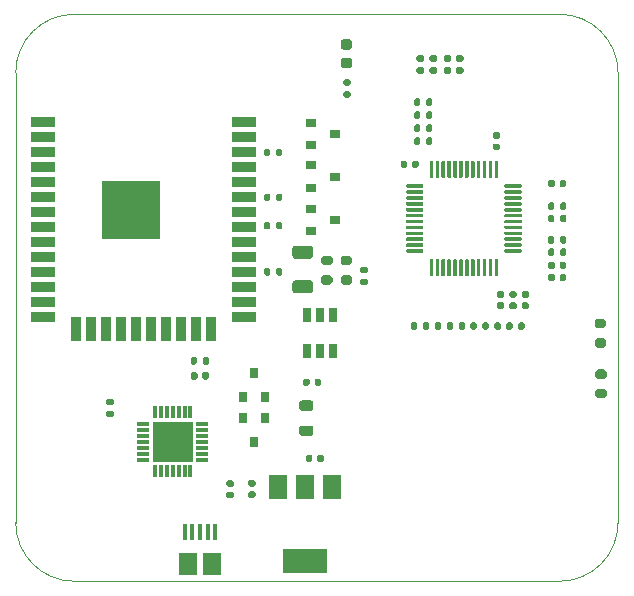
<source format=gbr>
G04 #@! TF.GenerationSoftware,KiCad,Pcbnew,(5.1.7)-1*
G04 #@! TF.CreationDate,2021-04-20T15:22:48-07:00*
G04 #@! TF.ProjectId,EsperDNS,45737065-7244-44e5-932e-6b696361645f,rev?*
G04 #@! TF.SameCoordinates,Original*
G04 #@! TF.FileFunction,Paste,Top*
G04 #@! TF.FilePolarity,Positive*
%FSLAX46Y46*%
G04 Gerber Fmt 4.6, Leading zero omitted, Abs format (unit mm)*
G04 Created by KiCad (PCBNEW (5.1.7)-1) date 2021-04-20 15:22:48*
%MOMM*%
%LPD*%
G01*
G04 APERTURE LIST*
G04 #@! TA.AperFunction,Profile*
%ADD10C,0.100000*%
G04 #@! TD*
%ADD11R,1.000000X0.300000*%
%ADD12R,0.300000X1.000000*%
%ADD13R,3.400000X3.400000*%
%ADD14R,1.500000X1.900000*%
%ADD15R,0.400000X1.350000*%
%ADD16R,0.800000X0.900000*%
%ADD17R,5.000000X5.000000*%
%ADD18R,2.000000X0.900000*%
%ADD19R,0.900000X2.000000*%
%ADD20R,3.800000X2.000000*%
%ADD21R,1.500000X2.000000*%
%ADD22R,0.900000X0.800000*%
%ADD23R,0.700000X1.300000*%
G04 APERTURE END LIST*
D10*
X-25500000Y-19050000D02*
G75*
G03*
X-20550000Y-24000000I4950000J0D01*
G01*
X20550000Y-24000000D02*
G75*
G03*
X25500000Y-19050000I0J4950000D01*
G01*
X25500000Y19050000D02*
G75*
G03*
X20550000Y24000000I-4950000J0D01*
G01*
X-20550000Y24000000D02*
G75*
G03*
X-25500000Y19050000I0J-4950000D01*
G01*
X25500000Y19050000D02*
X25500000Y-19050000D01*
X-20550000Y24000000D02*
X20550000Y24000000D01*
X-25500000Y19050000D02*
X-25500000Y-19050000D01*
X-20550000Y-24000000D02*
X20550000Y-24000000D01*
G36*
G01*
X9550000Y10200000D02*
X9550000Y11525000D01*
G75*
G02*
X9625000Y11600000I75000J0D01*
G01*
X9775000Y11600000D01*
G75*
G02*
X9850000Y11525000I0J-75000D01*
G01*
X9850000Y10200000D01*
G75*
G02*
X9775000Y10125000I-75000J0D01*
G01*
X9625000Y10125000D01*
G75*
G02*
X9550000Y10200000I0J75000D01*
G01*
G37*
G36*
G01*
X10050000Y10200000D02*
X10050000Y11525000D01*
G75*
G02*
X10125000Y11600000I75000J0D01*
G01*
X10275000Y11600000D01*
G75*
G02*
X10350000Y11525000I0J-75000D01*
G01*
X10350000Y10200000D01*
G75*
G02*
X10275000Y10125000I-75000J0D01*
G01*
X10125000Y10125000D01*
G75*
G02*
X10050000Y10200000I0J75000D01*
G01*
G37*
G36*
G01*
X10550000Y10200000D02*
X10550000Y11525000D01*
G75*
G02*
X10625000Y11600000I75000J0D01*
G01*
X10775000Y11600000D01*
G75*
G02*
X10850000Y11525000I0J-75000D01*
G01*
X10850000Y10200000D01*
G75*
G02*
X10775000Y10125000I-75000J0D01*
G01*
X10625000Y10125000D01*
G75*
G02*
X10550000Y10200000I0J75000D01*
G01*
G37*
G36*
G01*
X11050000Y10200000D02*
X11050000Y11525000D01*
G75*
G02*
X11125000Y11600000I75000J0D01*
G01*
X11275000Y11600000D01*
G75*
G02*
X11350000Y11525000I0J-75000D01*
G01*
X11350000Y10200000D01*
G75*
G02*
X11275000Y10125000I-75000J0D01*
G01*
X11125000Y10125000D01*
G75*
G02*
X11050000Y10200000I0J75000D01*
G01*
G37*
G36*
G01*
X11550000Y10200000D02*
X11550000Y11525000D01*
G75*
G02*
X11625000Y11600000I75000J0D01*
G01*
X11775000Y11600000D01*
G75*
G02*
X11850000Y11525000I0J-75000D01*
G01*
X11850000Y10200000D01*
G75*
G02*
X11775000Y10125000I-75000J0D01*
G01*
X11625000Y10125000D01*
G75*
G02*
X11550000Y10200000I0J75000D01*
G01*
G37*
G36*
G01*
X12050000Y10200000D02*
X12050000Y11525000D01*
G75*
G02*
X12125000Y11600000I75000J0D01*
G01*
X12275000Y11600000D01*
G75*
G02*
X12350000Y11525000I0J-75000D01*
G01*
X12350000Y10200000D01*
G75*
G02*
X12275000Y10125000I-75000J0D01*
G01*
X12125000Y10125000D01*
G75*
G02*
X12050000Y10200000I0J75000D01*
G01*
G37*
G36*
G01*
X12550000Y10200000D02*
X12550000Y11525000D01*
G75*
G02*
X12625000Y11600000I75000J0D01*
G01*
X12775000Y11600000D01*
G75*
G02*
X12850000Y11525000I0J-75000D01*
G01*
X12850000Y10200000D01*
G75*
G02*
X12775000Y10125000I-75000J0D01*
G01*
X12625000Y10125000D01*
G75*
G02*
X12550000Y10200000I0J75000D01*
G01*
G37*
G36*
G01*
X13050000Y10200000D02*
X13050000Y11525000D01*
G75*
G02*
X13125000Y11600000I75000J0D01*
G01*
X13275000Y11600000D01*
G75*
G02*
X13350000Y11525000I0J-75000D01*
G01*
X13350000Y10200000D01*
G75*
G02*
X13275000Y10125000I-75000J0D01*
G01*
X13125000Y10125000D01*
G75*
G02*
X13050000Y10200000I0J75000D01*
G01*
G37*
G36*
G01*
X13550000Y10200000D02*
X13550000Y11525000D01*
G75*
G02*
X13625000Y11600000I75000J0D01*
G01*
X13775000Y11600000D01*
G75*
G02*
X13850000Y11525000I0J-75000D01*
G01*
X13850000Y10200000D01*
G75*
G02*
X13775000Y10125000I-75000J0D01*
G01*
X13625000Y10125000D01*
G75*
G02*
X13550000Y10200000I0J75000D01*
G01*
G37*
G36*
G01*
X14050000Y10200000D02*
X14050000Y11525000D01*
G75*
G02*
X14125000Y11600000I75000J0D01*
G01*
X14275000Y11600000D01*
G75*
G02*
X14350000Y11525000I0J-75000D01*
G01*
X14350000Y10200000D01*
G75*
G02*
X14275000Y10125000I-75000J0D01*
G01*
X14125000Y10125000D01*
G75*
G02*
X14050000Y10200000I0J75000D01*
G01*
G37*
G36*
G01*
X14550000Y10200000D02*
X14550000Y11525000D01*
G75*
G02*
X14625000Y11600000I75000J0D01*
G01*
X14775000Y11600000D01*
G75*
G02*
X14850000Y11525000I0J-75000D01*
G01*
X14850000Y10200000D01*
G75*
G02*
X14775000Y10125000I-75000J0D01*
G01*
X14625000Y10125000D01*
G75*
G02*
X14550000Y10200000I0J75000D01*
G01*
G37*
G36*
G01*
X15050000Y10200000D02*
X15050000Y11525000D01*
G75*
G02*
X15125000Y11600000I75000J0D01*
G01*
X15275000Y11600000D01*
G75*
G02*
X15350000Y11525000I0J-75000D01*
G01*
X15350000Y10200000D01*
G75*
G02*
X15275000Y10125000I-75000J0D01*
G01*
X15125000Y10125000D01*
G75*
G02*
X15050000Y10200000I0J75000D01*
G01*
G37*
G36*
G01*
X15875000Y9375000D02*
X15875000Y9525000D01*
G75*
G02*
X15950000Y9600000I75000J0D01*
G01*
X17275000Y9600000D01*
G75*
G02*
X17350000Y9525000I0J-75000D01*
G01*
X17350000Y9375000D01*
G75*
G02*
X17275000Y9300000I-75000J0D01*
G01*
X15950000Y9300000D01*
G75*
G02*
X15875000Y9375000I0J75000D01*
G01*
G37*
G36*
G01*
X15875000Y8875000D02*
X15875000Y9025000D01*
G75*
G02*
X15950000Y9100000I75000J0D01*
G01*
X17275000Y9100000D01*
G75*
G02*
X17350000Y9025000I0J-75000D01*
G01*
X17350000Y8875000D01*
G75*
G02*
X17275000Y8800000I-75000J0D01*
G01*
X15950000Y8800000D01*
G75*
G02*
X15875000Y8875000I0J75000D01*
G01*
G37*
G36*
G01*
X15875000Y8375000D02*
X15875000Y8525000D01*
G75*
G02*
X15950000Y8600000I75000J0D01*
G01*
X17275000Y8600000D01*
G75*
G02*
X17350000Y8525000I0J-75000D01*
G01*
X17350000Y8375000D01*
G75*
G02*
X17275000Y8300000I-75000J0D01*
G01*
X15950000Y8300000D01*
G75*
G02*
X15875000Y8375000I0J75000D01*
G01*
G37*
G36*
G01*
X15875000Y7875000D02*
X15875000Y8025000D01*
G75*
G02*
X15950000Y8100000I75000J0D01*
G01*
X17275000Y8100000D01*
G75*
G02*
X17350000Y8025000I0J-75000D01*
G01*
X17350000Y7875000D01*
G75*
G02*
X17275000Y7800000I-75000J0D01*
G01*
X15950000Y7800000D01*
G75*
G02*
X15875000Y7875000I0J75000D01*
G01*
G37*
G36*
G01*
X15875000Y7375000D02*
X15875000Y7525000D01*
G75*
G02*
X15950000Y7600000I75000J0D01*
G01*
X17275000Y7600000D01*
G75*
G02*
X17350000Y7525000I0J-75000D01*
G01*
X17350000Y7375000D01*
G75*
G02*
X17275000Y7300000I-75000J0D01*
G01*
X15950000Y7300000D01*
G75*
G02*
X15875000Y7375000I0J75000D01*
G01*
G37*
G36*
G01*
X15875000Y6875000D02*
X15875000Y7025000D01*
G75*
G02*
X15950000Y7100000I75000J0D01*
G01*
X17275000Y7100000D01*
G75*
G02*
X17350000Y7025000I0J-75000D01*
G01*
X17350000Y6875000D01*
G75*
G02*
X17275000Y6800000I-75000J0D01*
G01*
X15950000Y6800000D01*
G75*
G02*
X15875000Y6875000I0J75000D01*
G01*
G37*
G36*
G01*
X15875000Y6375000D02*
X15875000Y6525000D01*
G75*
G02*
X15950000Y6600000I75000J0D01*
G01*
X17275000Y6600000D01*
G75*
G02*
X17350000Y6525000I0J-75000D01*
G01*
X17350000Y6375000D01*
G75*
G02*
X17275000Y6300000I-75000J0D01*
G01*
X15950000Y6300000D01*
G75*
G02*
X15875000Y6375000I0J75000D01*
G01*
G37*
G36*
G01*
X15875000Y5875000D02*
X15875000Y6025000D01*
G75*
G02*
X15950000Y6100000I75000J0D01*
G01*
X17275000Y6100000D01*
G75*
G02*
X17350000Y6025000I0J-75000D01*
G01*
X17350000Y5875000D01*
G75*
G02*
X17275000Y5800000I-75000J0D01*
G01*
X15950000Y5800000D01*
G75*
G02*
X15875000Y5875000I0J75000D01*
G01*
G37*
G36*
G01*
X15875000Y5375000D02*
X15875000Y5525000D01*
G75*
G02*
X15950000Y5600000I75000J0D01*
G01*
X17275000Y5600000D01*
G75*
G02*
X17350000Y5525000I0J-75000D01*
G01*
X17350000Y5375000D01*
G75*
G02*
X17275000Y5300000I-75000J0D01*
G01*
X15950000Y5300000D01*
G75*
G02*
X15875000Y5375000I0J75000D01*
G01*
G37*
G36*
G01*
X15875000Y4875000D02*
X15875000Y5025000D01*
G75*
G02*
X15950000Y5100000I75000J0D01*
G01*
X17275000Y5100000D01*
G75*
G02*
X17350000Y5025000I0J-75000D01*
G01*
X17350000Y4875000D01*
G75*
G02*
X17275000Y4800000I-75000J0D01*
G01*
X15950000Y4800000D01*
G75*
G02*
X15875000Y4875000I0J75000D01*
G01*
G37*
G36*
G01*
X15875000Y4375000D02*
X15875000Y4525000D01*
G75*
G02*
X15950000Y4600000I75000J0D01*
G01*
X17275000Y4600000D01*
G75*
G02*
X17350000Y4525000I0J-75000D01*
G01*
X17350000Y4375000D01*
G75*
G02*
X17275000Y4300000I-75000J0D01*
G01*
X15950000Y4300000D01*
G75*
G02*
X15875000Y4375000I0J75000D01*
G01*
G37*
G36*
G01*
X15875000Y3875000D02*
X15875000Y4025000D01*
G75*
G02*
X15950000Y4100000I75000J0D01*
G01*
X17275000Y4100000D01*
G75*
G02*
X17350000Y4025000I0J-75000D01*
G01*
X17350000Y3875000D01*
G75*
G02*
X17275000Y3800000I-75000J0D01*
G01*
X15950000Y3800000D01*
G75*
G02*
X15875000Y3875000I0J75000D01*
G01*
G37*
G36*
G01*
X15050000Y1875000D02*
X15050000Y3200000D01*
G75*
G02*
X15125000Y3275000I75000J0D01*
G01*
X15275000Y3275000D01*
G75*
G02*
X15350000Y3200000I0J-75000D01*
G01*
X15350000Y1875000D01*
G75*
G02*
X15275000Y1800000I-75000J0D01*
G01*
X15125000Y1800000D01*
G75*
G02*
X15050000Y1875000I0J75000D01*
G01*
G37*
G36*
G01*
X14550000Y1875000D02*
X14550000Y3200000D01*
G75*
G02*
X14625000Y3275000I75000J0D01*
G01*
X14775000Y3275000D01*
G75*
G02*
X14850000Y3200000I0J-75000D01*
G01*
X14850000Y1875000D01*
G75*
G02*
X14775000Y1800000I-75000J0D01*
G01*
X14625000Y1800000D01*
G75*
G02*
X14550000Y1875000I0J75000D01*
G01*
G37*
G36*
G01*
X14050000Y1875000D02*
X14050000Y3200000D01*
G75*
G02*
X14125000Y3275000I75000J0D01*
G01*
X14275000Y3275000D01*
G75*
G02*
X14350000Y3200000I0J-75000D01*
G01*
X14350000Y1875000D01*
G75*
G02*
X14275000Y1800000I-75000J0D01*
G01*
X14125000Y1800000D01*
G75*
G02*
X14050000Y1875000I0J75000D01*
G01*
G37*
G36*
G01*
X13550000Y1875000D02*
X13550000Y3200000D01*
G75*
G02*
X13625000Y3275000I75000J0D01*
G01*
X13775000Y3275000D01*
G75*
G02*
X13850000Y3200000I0J-75000D01*
G01*
X13850000Y1875000D01*
G75*
G02*
X13775000Y1800000I-75000J0D01*
G01*
X13625000Y1800000D01*
G75*
G02*
X13550000Y1875000I0J75000D01*
G01*
G37*
G36*
G01*
X13050000Y1875000D02*
X13050000Y3200000D01*
G75*
G02*
X13125000Y3275000I75000J0D01*
G01*
X13275000Y3275000D01*
G75*
G02*
X13350000Y3200000I0J-75000D01*
G01*
X13350000Y1875000D01*
G75*
G02*
X13275000Y1800000I-75000J0D01*
G01*
X13125000Y1800000D01*
G75*
G02*
X13050000Y1875000I0J75000D01*
G01*
G37*
G36*
G01*
X12550000Y1875000D02*
X12550000Y3200000D01*
G75*
G02*
X12625000Y3275000I75000J0D01*
G01*
X12775000Y3275000D01*
G75*
G02*
X12850000Y3200000I0J-75000D01*
G01*
X12850000Y1875000D01*
G75*
G02*
X12775000Y1800000I-75000J0D01*
G01*
X12625000Y1800000D01*
G75*
G02*
X12550000Y1875000I0J75000D01*
G01*
G37*
G36*
G01*
X12050000Y1875000D02*
X12050000Y3200000D01*
G75*
G02*
X12125000Y3275000I75000J0D01*
G01*
X12275000Y3275000D01*
G75*
G02*
X12350000Y3200000I0J-75000D01*
G01*
X12350000Y1875000D01*
G75*
G02*
X12275000Y1800000I-75000J0D01*
G01*
X12125000Y1800000D01*
G75*
G02*
X12050000Y1875000I0J75000D01*
G01*
G37*
G36*
G01*
X11550000Y1875000D02*
X11550000Y3200000D01*
G75*
G02*
X11625000Y3275000I75000J0D01*
G01*
X11775000Y3275000D01*
G75*
G02*
X11850000Y3200000I0J-75000D01*
G01*
X11850000Y1875000D01*
G75*
G02*
X11775000Y1800000I-75000J0D01*
G01*
X11625000Y1800000D01*
G75*
G02*
X11550000Y1875000I0J75000D01*
G01*
G37*
G36*
G01*
X11050000Y1875000D02*
X11050000Y3200000D01*
G75*
G02*
X11125000Y3275000I75000J0D01*
G01*
X11275000Y3275000D01*
G75*
G02*
X11350000Y3200000I0J-75000D01*
G01*
X11350000Y1875000D01*
G75*
G02*
X11275000Y1800000I-75000J0D01*
G01*
X11125000Y1800000D01*
G75*
G02*
X11050000Y1875000I0J75000D01*
G01*
G37*
G36*
G01*
X10550000Y1875000D02*
X10550000Y3200000D01*
G75*
G02*
X10625000Y3275000I75000J0D01*
G01*
X10775000Y3275000D01*
G75*
G02*
X10850000Y3200000I0J-75000D01*
G01*
X10850000Y1875000D01*
G75*
G02*
X10775000Y1800000I-75000J0D01*
G01*
X10625000Y1800000D01*
G75*
G02*
X10550000Y1875000I0J75000D01*
G01*
G37*
G36*
G01*
X10050000Y1875000D02*
X10050000Y3200000D01*
G75*
G02*
X10125000Y3275000I75000J0D01*
G01*
X10275000Y3275000D01*
G75*
G02*
X10350000Y3200000I0J-75000D01*
G01*
X10350000Y1875000D01*
G75*
G02*
X10275000Y1800000I-75000J0D01*
G01*
X10125000Y1800000D01*
G75*
G02*
X10050000Y1875000I0J75000D01*
G01*
G37*
G36*
G01*
X9550000Y1875000D02*
X9550000Y3200000D01*
G75*
G02*
X9625000Y3275000I75000J0D01*
G01*
X9775000Y3275000D01*
G75*
G02*
X9850000Y3200000I0J-75000D01*
G01*
X9850000Y1875000D01*
G75*
G02*
X9775000Y1800000I-75000J0D01*
G01*
X9625000Y1800000D01*
G75*
G02*
X9550000Y1875000I0J75000D01*
G01*
G37*
G36*
G01*
X7550000Y3875000D02*
X7550000Y4025000D01*
G75*
G02*
X7625000Y4100000I75000J0D01*
G01*
X8950000Y4100000D01*
G75*
G02*
X9025000Y4025000I0J-75000D01*
G01*
X9025000Y3875000D01*
G75*
G02*
X8950000Y3800000I-75000J0D01*
G01*
X7625000Y3800000D01*
G75*
G02*
X7550000Y3875000I0J75000D01*
G01*
G37*
G36*
G01*
X7550000Y4375000D02*
X7550000Y4525000D01*
G75*
G02*
X7625000Y4600000I75000J0D01*
G01*
X8950000Y4600000D01*
G75*
G02*
X9025000Y4525000I0J-75000D01*
G01*
X9025000Y4375000D01*
G75*
G02*
X8950000Y4300000I-75000J0D01*
G01*
X7625000Y4300000D01*
G75*
G02*
X7550000Y4375000I0J75000D01*
G01*
G37*
G36*
G01*
X7550000Y4875000D02*
X7550000Y5025000D01*
G75*
G02*
X7625000Y5100000I75000J0D01*
G01*
X8950000Y5100000D01*
G75*
G02*
X9025000Y5025000I0J-75000D01*
G01*
X9025000Y4875000D01*
G75*
G02*
X8950000Y4800000I-75000J0D01*
G01*
X7625000Y4800000D01*
G75*
G02*
X7550000Y4875000I0J75000D01*
G01*
G37*
G36*
G01*
X7550000Y5375000D02*
X7550000Y5525000D01*
G75*
G02*
X7625000Y5600000I75000J0D01*
G01*
X8950000Y5600000D01*
G75*
G02*
X9025000Y5525000I0J-75000D01*
G01*
X9025000Y5375000D01*
G75*
G02*
X8950000Y5300000I-75000J0D01*
G01*
X7625000Y5300000D01*
G75*
G02*
X7550000Y5375000I0J75000D01*
G01*
G37*
G36*
G01*
X7550000Y5875000D02*
X7550000Y6025000D01*
G75*
G02*
X7625000Y6100000I75000J0D01*
G01*
X8950000Y6100000D01*
G75*
G02*
X9025000Y6025000I0J-75000D01*
G01*
X9025000Y5875000D01*
G75*
G02*
X8950000Y5800000I-75000J0D01*
G01*
X7625000Y5800000D01*
G75*
G02*
X7550000Y5875000I0J75000D01*
G01*
G37*
G36*
G01*
X7550000Y6375000D02*
X7550000Y6525000D01*
G75*
G02*
X7625000Y6600000I75000J0D01*
G01*
X8950000Y6600000D01*
G75*
G02*
X9025000Y6525000I0J-75000D01*
G01*
X9025000Y6375000D01*
G75*
G02*
X8950000Y6300000I-75000J0D01*
G01*
X7625000Y6300000D01*
G75*
G02*
X7550000Y6375000I0J75000D01*
G01*
G37*
G36*
G01*
X7550000Y6875000D02*
X7550000Y7025000D01*
G75*
G02*
X7625000Y7100000I75000J0D01*
G01*
X8950000Y7100000D01*
G75*
G02*
X9025000Y7025000I0J-75000D01*
G01*
X9025000Y6875000D01*
G75*
G02*
X8950000Y6800000I-75000J0D01*
G01*
X7625000Y6800000D01*
G75*
G02*
X7550000Y6875000I0J75000D01*
G01*
G37*
G36*
G01*
X7550000Y7375000D02*
X7550000Y7525000D01*
G75*
G02*
X7625000Y7600000I75000J0D01*
G01*
X8950000Y7600000D01*
G75*
G02*
X9025000Y7525000I0J-75000D01*
G01*
X9025000Y7375000D01*
G75*
G02*
X8950000Y7300000I-75000J0D01*
G01*
X7625000Y7300000D01*
G75*
G02*
X7550000Y7375000I0J75000D01*
G01*
G37*
G36*
G01*
X7550000Y7875000D02*
X7550000Y8025000D01*
G75*
G02*
X7625000Y8100000I75000J0D01*
G01*
X8950000Y8100000D01*
G75*
G02*
X9025000Y8025000I0J-75000D01*
G01*
X9025000Y7875000D01*
G75*
G02*
X8950000Y7800000I-75000J0D01*
G01*
X7625000Y7800000D01*
G75*
G02*
X7550000Y7875000I0J75000D01*
G01*
G37*
G36*
G01*
X7550000Y8375000D02*
X7550000Y8525000D01*
G75*
G02*
X7625000Y8600000I75000J0D01*
G01*
X8950000Y8600000D01*
G75*
G02*
X9025000Y8525000I0J-75000D01*
G01*
X9025000Y8375000D01*
G75*
G02*
X8950000Y8300000I-75000J0D01*
G01*
X7625000Y8300000D01*
G75*
G02*
X7550000Y8375000I0J75000D01*
G01*
G37*
G36*
G01*
X7550000Y8875000D02*
X7550000Y9025000D01*
G75*
G02*
X7625000Y9100000I75000J0D01*
G01*
X8950000Y9100000D01*
G75*
G02*
X9025000Y9025000I0J-75000D01*
G01*
X9025000Y8875000D01*
G75*
G02*
X8950000Y8800000I-75000J0D01*
G01*
X7625000Y8800000D01*
G75*
G02*
X7550000Y8875000I0J75000D01*
G01*
G37*
G36*
G01*
X7550000Y9375000D02*
X7550000Y9525000D01*
G75*
G02*
X7625000Y9600000I75000J0D01*
G01*
X8950000Y9600000D01*
G75*
G02*
X9025000Y9525000I0J-75000D01*
G01*
X9025000Y9375000D01*
G75*
G02*
X8950000Y9300000I-75000J0D01*
G01*
X7625000Y9300000D01*
G75*
G02*
X7550000Y9375000I0J75000D01*
G01*
G37*
G36*
G01*
X20550000Y9480000D02*
X20550000Y9820000D01*
G75*
G02*
X20690000Y9960000I140000J0D01*
G01*
X20970000Y9960000D01*
G75*
G02*
X21110000Y9820000I0J-140000D01*
G01*
X21110000Y9480000D01*
G75*
G02*
X20970000Y9340000I-140000J0D01*
G01*
X20690000Y9340000D01*
G75*
G02*
X20550000Y9480000I0J140000D01*
G01*
G37*
G36*
G01*
X19590000Y9480000D02*
X19590000Y9820000D01*
G75*
G02*
X19730000Y9960000I140000J0D01*
G01*
X20010000Y9960000D01*
G75*
G02*
X20150000Y9820000I0J-140000D01*
G01*
X20150000Y9480000D01*
G75*
G02*
X20010000Y9340000I-140000J0D01*
G01*
X19730000Y9340000D01*
G75*
G02*
X19590000Y9480000I0J140000D01*
G01*
G37*
G36*
G01*
X20550000Y1530000D02*
X20550000Y1870000D01*
G75*
G02*
X20690000Y2010000I140000J0D01*
G01*
X20970000Y2010000D01*
G75*
G02*
X21110000Y1870000I0J-140000D01*
G01*
X21110000Y1530000D01*
G75*
G02*
X20970000Y1390000I-140000J0D01*
G01*
X20690000Y1390000D01*
G75*
G02*
X20550000Y1530000I0J140000D01*
G01*
G37*
G36*
G01*
X19590000Y1530000D02*
X19590000Y1870000D01*
G75*
G02*
X19730000Y2010000I140000J0D01*
G01*
X20010000Y2010000D01*
G75*
G02*
X20150000Y1870000I0J-140000D01*
G01*
X20150000Y1530000D01*
G75*
G02*
X20010000Y1390000I-140000J0D01*
G01*
X19730000Y1390000D01*
G75*
G02*
X19590000Y1530000I0J140000D01*
G01*
G37*
G36*
G01*
X-200000Y-7320000D02*
X-200000Y-6980000D01*
G75*
G02*
X-60000Y-6840000I140000J0D01*
G01*
X220000Y-6840000D01*
G75*
G02*
X360000Y-6980000I0J-140000D01*
G01*
X360000Y-7320000D01*
G75*
G02*
X220000Y-7460000I-140000J0D01*
G01*
X-60000Y-7460000D01*
G75*
G02*
X-200000Y-7320000I0J140000D01*
G01*
G37*
G36*
G01*
X-1160000Y-7320000D02*
X-1160000Y-6980000D01*
G75*
G02*
X-1020000Y-6840000I140000J0D01*
G01*
X-740000Y-6840000D01*
G75*
G02*
X-600000Y-6980000I0J-140000D01*
G01*
X-600000Y-7320000D01*
G75*
G02*
X-740000Y-7460000I-140000J0D01*
G01*
X-1020000Y-7460000D01*
G75*
G02*
X-1160000Y-7320000I0J140000D01*
G01*
G37*
G36*
G01*
X25000Y-13770000D02*
X25000Y-13430000D01*
G75*
G02*
X165000Y-13290000I140000J0D01*
G01*
X445000Y-13290000D01*
G75*
G02*
X585000Y-13430000I0J-140000D01*
G01*
X585000Y-13770000D01*
G75*
G02*
X445000Y-13910000I-140000J0D01*
G01*
X165000Y-13910000D01*
G75*
G02*
X25000Y-13770000I0J140000D01*
G01*
G37*
G36*
G01*
X-935000Y-13770000D02*
X-935000Y-13430000D01*
G75*
G02*
X-795000Y-13290000I140000J0D01*
G01*
X-515000Y-13290000D01*
G75*
G02*
X-375000Y-13430000I0J-140000D01*
G01*
X-375000Y-13770000D01*
G75*
G02*
X-515000Y-13910000I-140000J0D01*
G01*
X-795000Y-13910000D01*
G75*
G02*
X-935000Y-13770000I0J140000D01*
G01*
G37*
G36*
G01*
X20590000Y3665000D02*
X20590000Y4035000D01*
G75*
G02*
X20725000Y4170000I135000J0D01*
G01*
X20995000Y4170000D01*
G75*
G02*
X21130000Y4035000I0J-135000D01*
G01*
X21130000Y3665000D01*
G75*
G02*
X20995000Y3530000I-135000J0D01*
G01*
X20725000Y3530000D01*
G75*
G02*
X20590000Y3665000I0J135000D01*
G01*
G37*
G36*
G01*
X19570000Y3665000D02*
X19570000Y4035000D01*
G75*
G02*
X19705000Y4170000I135000J0D01*
G01*
X19975000Y4170000D01*
G75*
G02*
X20110000Y4035000I0J-135000D01*
G01*
X20110000Y3665000D01*
G75*
G02*
X19975000Y3530000I-135000J0D01*
G01*
X19705000Y3530000D01*
G75*
G02*
X19570000Y3665000I0J135000D01*
G01*
G37*
G36*
G01*
X10035000Y19990000D02*
X9665000Y19990000D01*
G75*
G02*
X9530000Y20125000I0J135000D01*
G01*
X9530000Y20395000D01*
G75*
G02*
X9665000Y20530000I135000J0D01*
G01*
X10035000Y20530000D01*
G75*
G02*
X10170000Y20395000I0J-135000D01*
G01*
X10170000Y20125000D01*
G75*
G02*
X10035000Y19990000I-135000J0D01*
G01*
G37*
G36*
G01*
X10035000Y18970000D02*
X9665000Y18970000D01*
G75*
G02*
X9530000Y19105000I0J135000D01*
G01*
X9530000Y19375000D01*
G75*
G02*
X9665000Y19510000I135000J0D01*
G01*
X10035000Y19510000D01*
G75*
G02*
X10170000Y19375000I0J-135000D01*
G01*
X10170000Y19105000D01*
G75*
G02*
X10035000Y18970000I-135000J0D01*
G01*
G37*
G36*
G01*
X8760000Y16735000D02*
X8760000Y16365000D01*
G75*
G02*
X8625000Y16230000I-135000J0D01*
G01*
X8355000Y16230000D01*
G75*
G02*
X8220000Y16365000I0J135000D01*
G01*
X8220000Y16735000D01*
G75*
G02*
X8355000Y16870000I135000J0D01*
G01*
X8625000Y16870000D01*
G75*
G02*
X8760000Y16735000I0J-135000D01*
G01*
G37*
G36*
G01*
X9780000Y16735000D02*
X9780000Y16365000D01*
G75*
G02*
X9645000Y16230000I-135000J0D01*
G01*
X9375000Y16230000D01*
G75*
G02*
X9240000Y16365000I0J135000D01*
G01*
X9240000Y16735000D01*
G75*
G02*
X9375000Y16870000I135000J0D01*
G01*
X9645000Y16870000D01*
G75*
G02*
X9780000Y16735000I0J-135000D01*
G01*
G37*
G36*
G01*
X8565000Y19510000D02*
X8935000Y19510000D01*
G75*
G02*
X9070000Y19375000I0J-135000D01*
G01*
X9070000Y19105000D01*
G75*
G02*
X8935000Y18970000I-135000J0D01*
G01*
X8565000Y18970000D01*
G75*
G02*
X8430000Y19105000I0J135000D01*
G01*
X8430000Y19375000D01*
G75*
G02*
X8565000Y19510000I135000J0D01*
G01*
G37*
G36*
G01*
X8565000Y20530000D02*
X8935000Y20530000D01*
G75*
G02*
X9070000Y20395000I0J-135000D01*
G01*
X9070000Y20125000D01*
G75*
G02*
X8935000Y19990000I-135000J0D01*
G01*
X8565000Y19990000D01*
G75*
G02*
X8430000Y20125000I0J135000D01*
G01*
X8430000Y20395000D01*
G75*
G02*
X8565000Y20530000I135000J0D01*
G01*
G37*
G36*
G01*
X11915000Y19510000D02*
X12285000Y19510000D01*
G75*
G02*
X12420000Y19375000I0J-135000D01*
G01*
X12420000Y19105000D01*
G75*
G02*
X12285000Y18970000I-135000J0D01*
G01*
X11915000Y18970000D01*
G75*
G02*
X11780000Y19105000I0J135000D01*
G01*
X11780000Y19375000D01*
G75*
G02*
X11915000Y19510000I135000J0D01*
G01*
G37*
G36*
G01*
X11915000Y20530000D02*
X12285000Y20530000D01*
G75*
G02*
X12420000Y20395000I0J-135000D01*
G01*
X12420000Y20125000D01*
G75*
G02*
X12285000Y19990000I-135000J0D01*
G01*
X11915000Y19990000D01*
G75*
G02*
X11780000Y20125000I0J135000D01*
G01*
X11780000Y20395000D01*
G75*
G02*
X11915000Y20530000I135000J0D01*
G01*
G37*
G36*
G01*
X10865000Y19510000D02*
X11235000Y19510000D01*
G75*
G02*
X11370000Y19375000I0J-135000D01*
G01*
X11370000Y19105000D01*
G75*
G02*
X11235000Y18970000I-135000J0D01*
G01*
X10865000Y18970000D01*
G75*
G02*
X10730000Y19105000I0J135000D01*
G01*
X10730000Y19375000D01*
G75*
G02*
X10865000Y19510000I135000J0D01*
G01*
G37*
G36*
G01*
X10865000Y20530000D02*
X11235000Y20530000D01*
G75*
G02*
X11370000Y20395000I0J-135000D01*
G01*
X11370000Y20125000D01*
G75*
G02*
X11235000Y19990000I-135000J0D01*
G01*
X10865000Y19990000D01*
G75*
G02*
X10730000Y20125000I0J135000D01*
G01*
X10730000Y20395000D01*
G75*
G02*
X10865000Y20530000I135000J0D01*
G01*
G37*
G36*
G01*
X20110000Y5085000D02*
X20110000Y4715000D01*
G75*
G02*
X19975000Y4580000I-135000J0D01*
G01*
X19705000Y4580000D01*
G75*
G02*
X19570000Y4715000I0J135000D01*
G01*
X19570000Y5085000D01*
G75*
G02*
X19705000Y5220000I135000J0D01*
G01*
X19975000Y5220000D01*
G75*
G02*
X20110000Y5085000I0J-135000D01*
G01*
G37*
G36*
G01*
X21130000Y5085000D02*
X21130000Y4715000D01*
G75*
G02*
X20995000Y4580000I-135000J0D01*
G01*
X20725000Y4580000D01*
G75*
G02*
X20590000Y4715000I0J135000D01*
G01*
X20590000Y5085000D01*
G75*
G02*
X20725000Y5220000I135000J0D01*
G01*
X20995000Y5220000D01*
G75*
G02*
X21130000Y5085000I0J-135000D01*
G01*
G37*
G36*
G01*
X20110000Y6885000D02*
X20110000Y6515000D01*
G75*
G02*
X19975000Y6380000I-135000J0D01*
G01*
X19705000Y6380000D01*
G75*
G02*
X19570000Y6515000I0J135000D01*
G01*
X19570000Y6885000D01*
G75*
G02*
X19705000Y7020000I135000J0D01*
G01*
X19975000Y7020000D01*
G75*
G02*
X20110000Y6885000I0J-135000D01*
G01*
G37*
G36*
G01*
X21130000Y6885000D02*
X21130000Y6515000D01*
G75*
G02*
X20995000Y6380000I-135000J0D01*
G01*
X20725000Y6380000D01*
G75*
G02*
X20590000Y6515000I0J135000D01*
G01*
X20590000Y6885000D01*
G75*
G02*
X20725000Y7020000I135000J0D01*
G01*
X20995000Y7020000D01*
G75*
G02*
X21130000Y6885000I0J-135000D01*
G01*
G37*
G36*
G01*
X20110000Y7935000D02*
X20110000Y7565000D01*
G75*
G02*
X19975000Y7430000I-135000J0D01*
G01*
X19705000Y7430000D01*
G75*
G02*
X19570000Y7565000I0J135000D01*
G01*
X19570000Y7935000D01*
G75*
G02*
X19705000Y8070000I135000J0D01*
G01*
X19975000Y8070000D01*
G75*
G02*
X20110000Y7935000I0J-135000D01*
G01*
G37*
G36*
G01*
X21130000Y7935000D02*
X21130000Y7565000D01*
G75*
G02*
X20995000Y7430000I-135000J0D01*
G01*
X20725000Y7430000D01*
G75*
G02*
X20590000Y7565000I0J135000D01*
G01*
X20590000Y7935000D01*
G75*
G02*
X20725000Y8070000I135000J0D01*
G01*
X20995000Y8070000D01*
G75*
G02*
X21130000Y7935000I0J-135000D01*
G01*
G37*
G36*
G01*
X23775000Y-7725000D02*
X24325000Y-7725000D01*
G75*
G02*
X24525000Y-7925000I0J-200000D01*
G01*
X24525000Y-8325000D01*
G75*
G02*
X24325000Y-8525000I-200000J0D01*
G01*
X23775000Y-8525000D01*
G75*
G02*
X23575000Y-8325000I0J200000D01*
G01*
X23575000Y-7925000D01*
G75*
G02*
X23775000Y-7725000I200000J0D01*
G01*
G37*
G36*
G01*
X23775000Y-6075000D02*
X24325000Y-6075000D01*
G75*
G02*
X24525000Y-6275000I0J-200000D01*
G01*
X24525000Y-6675000D01*
G75*
G02*
X24325000Y-6875000I-200000J0D01*
G01*
X23775000Y-6875000D01*
G75*
G02*
X23575000Y-6675000I0J200000D01*
G01*
X23575000Y-6275000D01*
G75*
G02*
X23775000Y-6075000I200000J0D01*
G01*
G37*
G36*
G01*
X20550000Y2580000D02*
X20550000Y2920000D01*
G75*
G02*
X20690000Y3060000I140000J0D01*
G01*
X20970000Y3060000D01*
G75*
G02*
X21110000Y2920000I0J-140000D01*
G01*
X21110000Y2580000D01*
G75*
G02*
X20970000Y2440000I-140000J0D01*
G01*
X20690000Y2440000D01*
G75*
G02*
X20550000Y2580000I0J140000D01*
G01*
G37*
G36*
G01*
X19590000Y2580000D02*
X19590000Y2920000D01*
G75*
G02*
X19730000Y3060000I140000J0D01*
G01*
X20010000Y3060000D01*
G75*
G02*
X20150000Y2920000I0J-140000D01*
G01*
X20150000Y2580000D01*
G75*
G02*
X20010000Y2440000I-140000J0D01*
G01*
X19730000Y2440000D01*
G75*
G02*
X19590000Y2580000I0J140000D01*
G01*
G37*
G36*
G01*
X15380000Y-400000D02*
X15720000Y-400000D01*
G75*
G02*
X15860000Y-540000I0J-140000D01*
G01*
X15860000Y-820000D01*
G75*
G02*
X15720000Y-960000I-140000J0D01*
G01*
X15380000Y-960000D01*
G75*
G02*
X15240000Y-820000I0J140000D01*
G01*
X15240000Y-540000D01*
G75*
G02*
X15380000Y-400000I140000J0D01*
G01*
G37*
G36*
G01*
X15380000Y560000D02*
X15720000Y560000D01*
G75*
G02*
X15860000Y420000I0J-140000D01*
G01*
X15860000Y140000D01*
G75*
G02*
X15720000Y0I-140000J0D01*
G01*
X15380000Y0D01*
G75*
G02*
X15240000Y140000I0J140000D01*
G01*
X15240000Y420000D01*
G75*
G02*
X15380000Y560000I140000J0D01*
G01*
G37*
G36*
G01*
X15370000Y13450000D02*
X15030000Y13450000D01*
G75*
G02*
X14890000Y13590000I0J140000D01*
G01*
X14890000Y13870000D01*
G75*
G02*
X15030000Y14010000I140000J0D01*
G01*
X15370000Y14010000D01*
G75*
G02*
X15510000Y13870000I0J-140000D01*
G01*
X15510000Y13590000D01*
G75*
G02*
X15370000Y13450000I-140000J0D01*
G01*
G37*
G36*
G01*
X15370000Y12490000D02*
X15030000Y12490000D01*
G75*
G02*
X14890000Y12630000I0J140000D01*
G01*
X14890000Y12910000D01*
G75*
G02*
X15030000Y13050000I140000J0D01*
G01*
X15370000Y13050000D01*
G75*
G02*
X15510000Y12910000I0J-140000D01*
G01*
X15510000Y12630000D01*
G75*
G02*
X15370000Y12490000I-140000J0D01*
G01*
G37*
D11*
X-9700000Y-13700000D03*
D12*
X-13700000Y-14700000D03*
D11*
X-14700000Y-10700000D03*
D12*
X-10700000Y-9700000D03*
X-11200000Y-9700000D03*
X-11700000Y-9700000D03*
X-12200000Y-9700000D03*
X-12700000Y-9700000D03*
X-13200000Y-9700000D03*
X-13700000Y-9700000D03*
D11*
X-14700000Y-11200000D03*
X-14700000Y-11700000D03*
X-14700000Y-12200000D03*
X-14700000Y-12700000D03*
X-14700000Y-13200000D03*
X-14700000Y-13700000D03*
D12*
X-13200000Y-14700000D03*
X-12700000Y-14700000D03*
X-12200000Y-14700000D03*
X-11700000Y-14700000D03*
X-11200000Y-14700000D03*
X-10700000Y-14700000D03*
D11*
X-9700000Y-13200000D03*
X-9700000Y-12700000D03*
X-9700000Y-12200000D03*
X-9700000Y-11700000D03*
X-9700000Y-11200000D03*
X-9700000Y-10700000D03*
D13*
X-12200000Y-12200000D03*
G36*
G01*
X-9126000Y-6431500D02*
X-9126000Y-6776500D01*
G75*
G02*
X-9273500Y-6924000I-147500J0D01*
G01*
X-9568500Y-6924000D01*
G75*
G02*
X-9716000Y-6776500I0J147500D01*
G01*
X-9716000Y-6431500D01*
G75*
G02*
X-9568500Y-6284000I147500J0D01*
G01*
X-9273500Y-6284000D01*
G75*
G02*
X-9126000Y-6431500I0J-147500D01*
G01*
G37*
G36*
G01*
X-10096000Y-6431500D02*
X-10096000Y-6776500D01*
G75*
G02*
X-10243500Y-6924000I-147500J0D01*
G01*
X-10538500Y-6924000D01*
G75*
G02*
X-10686000Y-6776500I0J147500D01*
G01*
X-10686000Y-6431500D01*
G75*
G02*
X-10538500Y-6284000I147500J0D01*
G01*
X-10243500Y-6284000D01*
G75*
G02*
X-10096000Y-6431500I0J-147500D01*
G01*
G37*
D14*
X-8906000Y-22573500D03*
D15*
X-10556000Y-19873500D03*
X-11206000Y-19873500D03*
X-8606000Y-19873500D03*
X-9256000Y-19873500D03*
X-9906000Y-19873500D03*
D14*
X-10906000Y-22573500D03*
D16*
X-6284000Y-8366000D03*
X-4384000Y-8366000D03*
X-5334000Y-6366000D03*
X-4384000Y-10176000D03*
X-6284000Y-10176000D03*
X-5334000Y-12176000D03*
G36*
G01*
X24275000Y-4225000D02*
X23725000Y-4225000D01*
G75*
G02*
X23525000Y-4025000I0J200000D01*
G01*
X23525000Y-3625000D01*
G75*
G02*
X23725000Y-3425000I200000J0D01*
G01*
X24275000Y-3425000D01*
G75*
G02*
X24475000Y-3625000I0J-200000D01*
G01*
X24475000Y-4025000D01*
G75*
G02*
X24275000Y-4225000I-200000J0D01*
G01*
G37*
G36*
G01*
X24275000Y-2575000D02*
X23725000Y-2575000D01*
G75*
G02*
X23525000Y-2375000I0J200000D01*
G01*
X23525000Y-1975000D01*
G75*
G02*
X23725000Y-1775000I200000J0D01*
G01*
X24275000Y-1775000D01*
G75*
G02*
X24475000Y-1975000I0J-200000D01*
G01*
X24475000Y-2375000D01*
G75*
G02*
X24275000Y-2575000I-200000J0D01*
G01*
G37*
G36*
G01*
X-1281250Y-8700000D02*
X-518750Y-8700000D01*
G75*
G02*
X-300000Y-8918750I0J-218750D01*
G01*
X-300000Y-9356250D01*
G75*
G02*
X-518750Y-9575000I-218750J0D01*
G01*
X-1281250Y-9575000D01*
G75*
G02*
X-1500000Y-9356250I0J218750D01*
G01*
X-1500000Y-8918750D01*
G75*
G02*
X-1281250Y-8700000I218750J0D01*
G01*
G37*
G36*
G01*
X-1281250Y-10825000D02*
X-518750Y-10825000D01*
G75*
G02*
X-300000Y-11043750I0J-218750D01*
G01*
X-300000Y-11481250D01*
G75*
G02*
X-518750Y-11700000I-218750J0D01*
G01*
X-1281250Y-11700000D01*
G75*
G02*
X-1500000Y-11481250I0J218750D01*
G01*
X-1500000Y-11043750D01*
G75*
G02*
X-1281250Y-10825000I218750J0D01*
G01*
G37*
G36*
G01*
X-2920000Y2385000D02*
X-2920000Y2015000D01*
G75*
G02*
X-3055000Y1880000I-135000J0D01*
G01*
X-3325000Y1880000D01*
G75*
G02*
X-3460000Y2015000I0J135000D01*
G01*
X-3460000Y2385000D01*
G75*
G02*
X-3325000Y2520000I135000J0D01*
G01*
X-3055000Y2520000D01*
G75*
G02*
X-2920000Y2385000I0J-135000D01*
G01*
G37*
G36*
G01*
X-3940000Y2385000D02*
X-3940000Y2015000D01*
G75*
G02*
X-4075000Y1880000I-135000J0D01*
G01*
X-4345000Y1880000D01*
G75*
G02*
X-4480000Y2015000I0J135000D01*
G01*
X-4480000Y2385000D01*
G75*
G02*
X-4345000Y2520000I135000J0D01*
G01*
X-4075000Y2520000D01*
G75*
G02*
X-3940000Y2385000I0J-135000D01*
G01*
G37*
D17*
X-15700000Y7400000D03*
D18*
X-23200000Y14900000D03*
X-23200000Y13630000D03*
X-23200000Y12360000D03*
X-23200000Y11090000D03*
X-23200000Y9820000D03*
X-23200000Y8550000D03*
X-23200000Y7280000D03*
X-23200000Y6010000D03*
X-23200000Y4740000D03*
X-23200000Y3470000D03*
X-23200000Y2200000D03*
X-23200000Y930000D03*
X-23200000Y-340000D03*
X-23200000Y-1610000D03*
D19*
X-20415000Y-2610000D03*
X-19145000Y-2610000D03*
X-17875000Y-2610000D03*
X-16605000Y-2610000D03*
X-15335000Y-2610000D03*
X-14065000Y-2610000D03*
X-12795000Y-2610000D03*
X-11525000Y-2610000D03*
X-10255000Y-2610000D03*
X-8985000Y-2610000D03*
D18*
X-6200000Y-1610000D03*
X-6200000Y-340000D03*
X-6200000Y930000D03*
X-6200000Y2200000D03*
X-6200000Y3470000D03*
X-6200000Y4740000D03*
X-6200000Y6010000D03*
X-6200000Y7280000D03*
X-6200000Y8550000D03*
X-6200000Y9820000D03*
X-6200000Y11090000D03*
X-6200000Y12360000D03*
X-6200000Y13630000D03*
X-6200000Y14900000D03*
D20*
X-1000000Y-22300000D03*
D21*
X-1000000Y-16000000D03*
X-3300000Y-16000000D03*
X1300000Y-16000000D03*
G36*
G01*
X9780000Y15635000D02*
X9780000Y15265000D01*
G75*
G02*
X9645000Y15130000I-135000J0D01*
G01*
X9375000Y15130000D01*
G75*
G02*
X9240000Y15265000I0J135000D01*
G01*
X9240000Y15635000D01*
G75*
G02*
X9375000Y15770000I135000J0D01*
G01*
X9645000Y15770000D01*
G75*
G02*
X9780000Y15635000I0J-135000D01*
G01*
G37*
G36*
G01*
X8760000Y15635000D02*
X8760000Y15265000D01*
G75*
G02*
X8625000Y15130000I-135000J0D01*
G01*
X8355000Y15130000D01*
G75*
G02*
X8220000Y15265000I0J135000D01*
G01*
X8220000Y15635000D01*
G75*
G02*
X8355000Y15770000I135000J0D01*
G01*
X8625000Y15770000D01*
G75*
G02*
X8760000Y15635000I0J-135000D01*
G01*
G37*
G36*
G01*
X9780000Y13435000D02*
X9780000Y13065000D01*
G75*
G02*
X9645000Y12930000I-135000J0D01*
G01*
X9375000Y12930000D01*
G75*
G02*
X9240000Y13065000I0J135000D01*
G01*
X9240000Y13435000D01*
G75*
G02*
X9375000Y13570000I135000J0D01*
G01*
X9645000Y13570000D01*
G75*
G02*
X9780000Y13435000I0J-135000D01*
G01*
G37*
G36*
G01*
X8760000Y13435000D02*
X8760000Y13065000D01*
G75*
G02*
X8625000Y12930000I-135000J0D01*
G01*
X8355000Y12930000D01*
G75*
G02*
X8220000Y13065000I0J135000D01*
G01*
X8220000Y13435000D01*
G75*
G02*
X8355000Y13570000I135000J0D01*
G01*
X8625000Y13570000D01*
G75*
G02*
X8760000Y13435000I0J-135000D01*
G01*
G37*
G36*
G01*
X9780000Y14535000D02*
X9780000Y14165000D01*
G75*
G02*
X9645000Y14030000I-135000J0D01*
G01*
X9375000Y14030000D01*
G75*
G02*
X9240000Y14165000I0J135000D01*
G01*
X9240000Y14535000D01*
G75*
G02*
X9375000Y14670000I135000J0D01*
G01*
X9645000Y14670000D01*
G75*
G02*
X9780000Y14535000I0J-135000D01*
G01*
G37*
G36*
G01*
X8760000Y14535000D02*
X8760000Y14165000D01*
G75*
G02*
X8625000Y14030000I-135000J0D01*
G01*
X8355000Y14030000D01*
G75*
G02*
X8220000Y14165000I0J135000D01*
G01*
X8220000Y14535000D01*
G75*
G02*
X8355000Y14670000I135000J0D01*
G01*
X8625000Y14670000D01*
G75*
G02*
X8760000Y14535000I0J-135000D01*
G01*
G37*
G36*
G01*
X7960000Y-2585000D02*
X7960000Y-2215000D01*
G75*
G02*
X8095000Y-2080000I135000J0D01*
G01*
X8365000Y-2080000D01*
G75*
G02*
X8500000Y-2215000I0J-135000D01*
G01*
X8500000Y-2585000D01*
G75*
G02*
X8365000Y-2720000I-135000J0D01*
G01*
X8095000Y-2720000D01*
G75*
G02*
X7960000Y-2585000I0J135000D01*
G01*
G37*
G36*
G01*
X8980000Y-2585000D02*
X8980000Y-2215000D01*
G75*
G02*
X9115000Y-2080000I135000J0D01*
G01*
X9385000Y-2080000D01*
G75*
G02*
X9520000Y-2215000I0J-135000D01*
G01*
X9520000Y-2585000D01*
G75*
G02*
X9385000Y-2720000I-135000J0D01*
G01*
X9115000Y-2720000D01*
G75*
G02*
X8980000Y-2585000I0J135000D01*
G01*
G37*
G36*
G01*
X11540000Y-2215000D02*
X11540000Y-2585000D01*
G75*
G02*
X11405000Y-2720000I-135000J0D01*
G01*
X11135000Y-2720000D01*
G75*
G02*
X11000000Y-2585000I0J135000D01*
G01*
X11000000Y-2215000D01*
G75*
G02*
X11135000Y-2080000I135000J0D01*
G01*
X11405000Y-2080000D01*
G75*
G02*
X11540000Y-2215000I0J-135000D01*
G01*
G37*
G36*
G01*
X10520000Y-2215000D02*
X10520000Y-2585000D01*
G75*
G02*
X10385000Y-2720000I-135000J0D01*
G01*
X10115000Y-2720000D01*
G75*
G02*
X9980000Y-2585000I0J135000D01*
G01*
X9980000Y-2215000D01*
G75*
G02*
X10115000Y-2080000I135000J0D01*
G01*
X10385000Y-2080000D01*
G75*
G02*
X10520000Y-2215000I0J-135000D01*
G01*
G37*
G36*
G01*
X14010000Y-2585000D02*
X14010000Y-2215000D01*
G75*
G02*
X14145000Y-2080000I135000J0D01*
G01*
X14415000Y-2080000D01*
G75*
G02*
X14550000Y-2215000I0J-135000D01*
G01*
X14550000Y-2585000D01*
G75*
G02*
X14415000Y-2720000I-135000J0D01*
G01*
X14145000Y-2720000D01*
G75*
G02*
X14010000Y-2585000I0J135000D01*
G01*
G37*
G36*
G01*
X15030000Y-2585000D02*
X15030000Y-2215000D01*
G75*
G02*
X15165000Y-2080000I135000J0D01*
G01*
X15435000Y-2080000D01*
G75*
G02*
X15570000Y-2215000I0J-135000D01*
G01*
X15570000Y-2585000D01*
G75*
G02*
X15435000Y-2720000I-135000J0D01*
G01*
X15165000Y-2720000D01*
G75*
G02*
X15030000Y-2585000I0J135000D01*
G01*
G37*
G36*
G01*
X17590000Y-2215000D02*
X17590000Y-2585000D01*
G75*
G02*
X17455000Y-2720000I-135000J0D01*
G01*
X17185000Y-2720000D01*
G75*
G02*
X17050000Y-2585000I0J135000D01*
G01*
X17050000Y-2215000D01*
G75*
G02*
X17185000Y-2080000I135000J0D01*
G01*
X17455000Y-2080000D01*
G75*
G02*
X17590000Y-2215000I0J-135000D01*
G01*
G37*
G36*
G01*
X16570000Y-2215000D02*
X16570000Y-2585000D01*
G75*
G02*
X16435000Y-2720000I-135000J0D01*
G01*
X16165000Y-2720000D01*
G75*
G02*
X16030000Y-2585000I0J135000D01*
G01*
X16030000Y-2215000D01*
G75*
G02*
X16165000Y-2080000I135000J0D01*
G01*
X16435000Y-2080000D01*
G75*
G02*
X16570000Y-2215000I0J-135000D01*
G01*
G37*
G36*
G01*
X4185000Y1070000D02*
X3815000Y1070000D01*
G75*
G02*
X3680000Y1205000I0J135000D01*
G01*
X3680000Y1475000D01*
G75*
G02*
X3815000Y1610000I135000J0D01*
G01*
X4185000Y1610000D01*
G75*
G02*
X4320000Y1475000I0J-135000D01*
G01*
X4320000Y1205000D01*
G75*
G02*
X4185000Y1070000I-135000J0D01*
G01*
G37*
G36*
G01*
X4185000Y2090000D02*
X3815000Y2090000D01*
G75*
G02*
X3680000Y2225000I0J135000D01*
G01*
X3680000Y2495000D01*
G75*
G02*
X3815000Y2630000I135000J0D01*
G01*
X4185000Y2630000D01*
G75*
G02*
X4320000Y2495000I0J-135000D01*
G01*
X4320000Y2225000D01*
G75*
G02*
X4185000Y2090000I-135000J0D01*
G01*
G37*
G36*
G01*
X-4490000Y12115000D02*
X-4490000Y12485000D01*
G75*
G02*
X-4355000Y12620000I135000J0D01*
G01*
X-4085000Y12620000D01*
G75*
G02*
X-3950000Y12485000I0J-135000D01*
G01*
X-3950000Y12115000D01*
G75*
G02*
X-4085000Y11980000I-135000J0D01*
G01*
X-4355000Y11980000D01*
G75*
G02*
X-4490000Y12115000I0J135000D01*
G01*
G37*
G36*
G01*
X-3470000Y12115000D02*
X-3470000Y12485000D01*
G75*
G02*
X-3335000Y12620000I135000J0D01*
G01*
X-3065000Y12620000D01*
G75*
G02*
X-2930000Y12485000I0J-135000D01*
G01*
X-2930000Y12115000D01*
G75*
G02*
X-3065000Y11980000I-135000J0D01*
G01*
X-3335000Y11980000D01*
G75*
G02*
X-3470000Y12115000I0J135000D01*
G01*
G37*
G36*
G01*
X-17315000Y-10130000D02*
X-17685000Y-10130000D01*
G75*
G02*
X-17820000Y-9995000I0J135000D01*
G01*
X-17820000Y-9725000D01*
G75*
G02*
X-17685000Y-9590000I135000J0D01*
G01*
X-17315000Y-9590000D01*
G75*
G02*
X-17180000Y-9725000I0J-135000D01*
G01*
X-17180000Y-9995000D01*
G75*
G02*
X-17315000Y-10130000I-135000J0D01*
G01*
G37*
G36*
G01*
X-17315000Y-9110000D02*
X-17685000Y-9110000D01*
G75*
G02*
X-17820000Y-8975000I0J135000D01*
G01*
X-17820000Y-8705000D01*
G75*
G02*
X-17685000Y-8570000I135000J0D01*
G01*
X-17315000Y-8570000D01*
G75*
G02*
X-17180000Y-8705000I0J-135000D01*
G01*
X-17180000Y-8975000D01*
G75*
G02*
X-17315000Y-9110000I-135000J0D01*
G01*
G37*
G36*
G01*
X-4480000Y8315000D02*
X-4480000Y8685000D01*
G75*
G02*
X-4345000Y8820000I135000J0D01*
G01*
X-4075000Y8820000D01*
G75*
G02*
X-3940000Y8685000I0J-135000D01*
G01*
X-3940000Y8315000D01*
G75*
G02*
X-4075000Y8180000I-135000J0D01*
G01*
X-4345000Y8180000D01*
G75*
G02*
X-4480000Y8315000I0J135000D01*
G01*
G37*
G36*
G01*
X-3460000Y8315000D02*
X-3460000Y8685000D01*
G75*
G02*
X-3325000Y8820000I135000J0D01*
G01*
X-3055000Y8820000D01*
G75*
G02*
X-2920000Y8685000I0J-135000D01*
G01*
X-2920000Y8315000D01*
G75*
G02*
X-3055000Y8180000I-135000J0D01*
G01*
X-3325000Y8180000D01*
G75*
G02*
X-3460000Y8315000I0J135000D01*
G01*
G37*
G36*
G01*
X-4490000Y5915000D02*
X-4490000Y6285000D01*
G75*
G02*
X-4355000Y6420000I135000J0D01*
G01*
X-4085000Y6420000D01*
G75*
G02*
X-3950000Y6285000I0J-135000D01*
G01*
X-3950000Y5915000D01*
G75*
G02*
X-4085000Y5780000I-135000J0D01*
G01*
X-4355000Y5780000D01*
G75*
G02*
X-4490000Y5915000I0J135000D01*
G01*
G37*
G36*
G01*
X-3470000Y5915000D02*
X-3470000Y6285000D01*
G75*
G02*
X-3335000Y6420000I135000J0D01*
G01*
X-3065000Y6420000D01*
G75*
G02*
X-2930000Y6285000I0J-135000D01*
G01*
X-2930000Y5915000D01*
G75*
G02*
X-3065000Y5780000I-135000J0D01*
G01*
X-3335000Y5780000D01*
G75*
G02*
X-3470000Y5915000I0J135000D01*
G01*
G37*
G36*
G01*
X-574998Y362500D02*
X-1825002Y362500D01*
G75*
G02*
X-2075000Y612498I0J249998D01*
G01*
X-2075000Y1237502D01*
G75*
G02*
X-1825002Y1487500I249998J0D01*
G01*
X-574998Y1487500D01*
G75*
G02*
X-325000Y1237502I0J-249998D01*
G01*
X-325000Y612498D01*
G75*
G02*
X-574998Y362500I-249998J0D01*
G01*
G37*
G36*
G01*
X-574998Y3287500D02*
X-1825002Y3287500D01*
G75*
G02*
X-2075000Y3537498I0J249998D01*
G01*
X-2075000Y4162502D01*
G75*
G02*
X-1825002Y4412500I249998J0D01*
G01*
X-574998Y4412500D01*
G75*
G02*
X-325000Y4162502I0J-249998D01*
G01*
X-325000Y3537498D01*
G75*
G02*
X-574998Y3287500I-249998J0D01*
G01*
G37*
G36*
G01*
X1125000Y1100000D02*
X575000Y1100000D01*
G75*
G02*
X375000Y1300000I0J200000D01*
G01*
X375000Y1700000D01*
G75*
G02*
X575000Y1900000I200000J0D01*
G01*
X1125000Y1900000D01*
G75*
G02*
X1325000Y1700000I0J-200000D01*
G01*
X1325000Y1300000D01*
G75*
G02*
X1125000Y1100000I-200000J0D01*
G01*
G37*
G36*
G01*
X1125000Y2750000D02*
X575000Y2750000D01*
G75*
G02*
X375000Y2950000I0J200000D01*
G01*
X375000Y3350000D01*
G75*
G02*
X575000Y3550000I200000J0D01*
G01*
X1125000Y3550000D01*
G75*
G02*
X1325000Y3350000I0J-200000D01*
G01*
X1325000Y2950000D01*
G75*
G02*
X1125000Y2750000I-200000J0D01*
G01*
G37*
G36*
G01*
X2775000Y1100000D02*
X2225000Y1100000D01*
G75*
G02*
X2025000Y1300000I0J200000D01*
G01*
X2025000Y1700000D01*
G75*
G02*
X2225000Y1900000I200000J0D01*
G01*
X2775000Y1900000D01*
G75*
G02*
X2975000Y1700000I0J-200000D01*
G01*
X2975000Y1300000D01*
G75*
G02*
X2775000Y1100000I-200000J0D01*
G01*
G37*
G36*
G01*
X2775000Y2750000D02*
X2225000Y2750000D01*
G75*
G02*
X2025000Y2950000I0J200000D01*
G01*
X2025000Y3350000D01*
G75*
G02*
X2225000Y3550000I200000J0D01*
G01*
X2775000Y3550000D01*
G75*
G02*
X2975000Y3350000I0J-200000D01*
G01*
X2975000Y2950000D01*
G75*
G02*
X2775000Y2750000I-200000J0D01*
G01*
G37*
G36*
G01*
X-9126000Y-5149000D02*
X-9126000Y-5519000D01*
G75*
G02*
X-9261000Y-5654000I-135000J0D01*
G01*
X-9531000Y-5654000D01*
G75*
G02*
X-9666000Y-5519000I0J135000D01*
G01*
X-9666000Y-5149000D01*
G75*
G02*
X-9531000Y-5014000I135000J0D01*
G01*
X-9261000Y-5014000D01*
G75*
G02*
X-9126000Y-5149000I0J-135000D01*
G01*
G37*
G36*
G01*
X-10146000Y-5149000D02*
X-10146000Y-5519000D01*
G75*
G02*
X-10281000Y-5654000I-135000J0D01*
G01*
X-10551000Y-5654000D01*
G75*
G02*
X-10686000Y-5519000I0J135000D01*
G01*
X-10686000Y-5149000D01*
G75*
G02*
X-10551000Y-5014000I135000J0D01*
G01*
X-10281000Y-5014000D01*
G75*
G02*
X-10146000Y-5149000I0J-135000D01*
G01*
G37*
G36*
G01*
X2735000Y16930000D02*
X2365000Y16930000D01*
G75*
G02*
X2230000Y17065000I0J135000D01*
G01*
X2230000Y17335000D01*
G75*
G02*
X2365000Y17470000I135000J0D01*
G01*
X2735000Y17470000D01*
G75*
G02*
X2870000Y17335000I0J-135000D01*
G01*
X2870000Y17065000D01*
G75*
G02*
X2735000Y16930000I-135000J0D01*
G01*
G37*
G36*
G01*
X2735000Y17950000D02*
X2365000Y17950000D01*
G75*
G02*
X2230000Y18085000I0J135000D01*
G01*
X2230000Y18355000D01*
G75*
G02*
X2365000Y18490000I135000J0D01*
G01*
X2735000Y18490000D01*
G75*
G02*
X2870000Y18355000I0J-135000D01*
G01*
X2870000Y18085000D01*
G75*
G02*
X2735000Y17950000I-135000J0D01*
G01*
G37*
D22*
X-500000Y14800000D03*
X-500000Y12900000D03*
X1500000Y13850000D03*
X-500000Y7550000D03*
X-500000Y5650000D03*
X1500000Y6600000D03*
X-500000Y11200000D03*
X-500000Y9300000D03*
X1500000Y10250000D03*
D23*
X1400000Y-1450000D03*
X300000Y-1450000D03*
X-800000Y-1450000D03*
X-800000Y-4550000D03*
X300000Y-4550000D03*
X1400000Y-4550000D03*
G36*
G01*
X2243750Y21887500D02*
X2756250Y21887500D01*
G75*
G02*
X2975000Y21668750I0J-218750D01*
G01*
X2975000Y21231250D01*
G75*
G02*
X2756250Y21012500I-218750J0D01*
G01*
X2243750Y21012500D01*
G75*
G02*
X2025000Y21231250I0J218750D01*
G01*
X2025000Y21668750D01*
G75*
G02*
X2243750Y21887500I218750J0D01*
G01*
G37*
G36*
G01*
X2243750Y20312500D02*
X2756250Y20312500D01*
G75*
G02*
X2975000Y20093750I0J-218750D01*
G01*
X2975000Y19656250D01*
G75*
G02*
X2756250Y19437500I-218750J0D01*
G01*
X2243750Y19437500D01*
G75*
G02*
X2025000Y19656250I0J218750D01*
G01*
X2025000Y20093750D01*
G75*
G02*
X2243750Y20312500I218750J0D01*
G01*
G37*
G36*
G01*
X12020000Y-2570000D02*
X12020000Y-2230000D01*
G75*
G02*
X12160000Y-2090000I140000J0D01*
G01*
X12440000Y-2090000D01*
G75*
G02*
X12580000Y-2230000I0J-140000D01*
G01*
X12580000Y-2570000D01*
G75*
G02*
X12440000Y-2710000I-140000J0D01*
G01*
X12160000Y-2710000D01*
G75*
G02*
X12020000Y-2570000I0J140000D01*
G01*
G37*
G36*
G01*
X12980000Y-2570000D02*
X12980000Y-2230000D01*
G75*
G02*
X13120000Y-2090000I140000J0D01*
G01*
X13400000Y-2090000D01*
G75*
G02*
X13540000Y-2230000I0J-140000D01*
G01*
X13540000Y-2570000D01*
G75*
G02*
X13400000Y-2710000I-140000J0D01*
G01*
X13120000Y-2710000D01*
G75*
G02*
X12980000Y-2570000I0J140000D01*
G01*
G37*
G36*
G01*
X8610000Y11470000D02*
X8610000Y11130000D01*
G75*
G02*
X8470000Y10990000I-140000J0D01*
G01*
X8190000Y10990000D01*
G75*
G02*
X8050000Y11130000I0J140000D01*
G01*
X8050000Y11470000D01*
G75*
G02*
X8190000Y11610000I140000J0D01*
G01*
X8470000Y11610000D01*
G75*
G02*
X8610000Y11470000I0J-140000D01*
G01*
G37*
G36*
G01*
X7650000Y11470000D02*
X7650000Y11130000D01*
G75*
G02*
X7510000Y10990000I-140000J0D01*
G01*
X7230000Y10990000D01*
G75*
G02*
X7090000Y11130000I0J140000D01*
G01*
X7090000Y11470000D01*
G75*
G02*
X7230000Y11610000I140000J0D01*
G01*
X7510000Y11610000D01*
G75*
G02*
X7650000Y11470000I0J-140000D01*
G01*
G37*
G36*
G01*
X17480000Y560000D02*
X17820000Y560000D01*
G75*
G02*
X17960000Y420000I0J-140000D01*
G01*
X17960000Y140000D01*
G75*
G02*
X17820000Y0I-140000J0D01*
G01*
X17480000Y0D01*
G75*
G02*
X17340000Y140000I0J140000D01*
G01*
X17340000Y420000D01*
G75*
G02*
X17480000Y560000I140000J0D01*
G01*
G37*
G36*
G01*
X17480000Y-400000D02*
X17820000Y-400000D01*
G75*
G02*
X17960000Y-540000I0J-140000D01*
G01*
X17960000Y-820000D01*
G75*
G02*
X17820000Y-960000I-140000J0D01*
G01*
X17480000Y-960000D01*
G75*
G02*
X17340000Y-820000I0J140000D01*
G01*
X17340000Y-540000D01*
G75*
G02*
X17480000Y-400000I140000J0D01*
G01*
G37*
G36*
G01*
X16430000Y560000D02*
X16770000Y560000D01*
G75*
G02*
X16910000Y420000I0J-140000D01*
G01*
X16910000Y140000D01*
G75*
G02*
X16770000Y0I-140000J0D01*
G01*
X16430000Y0D01*
G75*
G02*
X16290000Y140000I0J140000D01*
G01*
X16290000Y420000D01*
G75*
G02*
X16430000Y560000I140000J0D01*
G01*
G37*
G36*
G01*
X16430000Y-400000D02*
X16770000Y-400000D01*
G75*
G02*
X16910000Y-540000I0J-140000D01*
G01*
X16910000Y-820000D01*
G75*
G02*
X16770000Y-960000I-140000J0D01*
G01*
X16430000Y-960000D01*
G75*
G02*
X16290000Y-820000I0J140000D01*
G01*
X16290000Y-540000D01*
G75*
G02*
X16430000Y-400000I140000J0D01*
G01*
G37*
G36*
G01*
X-5670000Y-15440000D02*
X-5330000Y-15440000D01*
G75*
G02*
X-5190000Y-15580000I0J-140000D01*
G01*
X-5190000Y-15860000D01*
G75*
G02*
X-5330000Y-16000000I-140000J0D01*
G01*
X-5670000Y-16000000D01*
G75*
G02*
X-5810000Y-15860000I0J140000D01*
G01*
X-5810000Y-15580000D01*
G75*
G02*
X-5670000Y-15440000I140000J0D01*
G01*
G37*
G36*
G01*
X-5670000Y-16400000D02*
X-5330000Y-16400000D01*
G75*
G02*
X-5190000Y-16540000I0J-140000D01*
G01*
X-5190000Y-16820000D01*
G75*
G02*
X-5330000Y-16960000I-140000J0D01*
G01*
X-5670000Y-16960000D01*
G75*
G02*
X-5810000Y-16820000I0J140000D01*
G01*
X-5810000Y-16540000D01*
G75*
G02*
X-5670000Y-16400000I140000J0D01*
G01*
G37*
G36*
G01*
X-7520000Y-15460000D02*
X-7180000Y-15460000D01*
G75*
G02*
X-7040000Y-15600000I0J-140000D01*
G01*
X-7040000Y-15880000D01*
G75*
G02*
X-7180000Y-16020000I-140000J0D01*
G01*
X-7520000Y-16020000D01*
G75*
G02*
X-7660000Y-15880000I0J140000D01*
G01*
X-7660000Y-15600000D01*
G75*
G02*
X-7520000Y-15460000I140000J0D01*
G01*
G37*
G36*
G01*
X-7520000Y-16420000D02*
X-7180000Y-16420000D01*
G75*
G02*
X-7040000Y-16560000I0J-140000D01*
G01*
X-7040000Y-16840000D01*
G75*
G02*
X-7180000Y-16980000I-140000J0D01*
G01*
X-7520000Y-16980000D01*
G75*
G02*
X-7660000Y-16840000I0J140000D01*
G01*
X-7660000Y-16560000D01*
G75*
G02*
X-7520000Y-16420000I140000J0D01*
G01*
G37*
M02*

</source>
